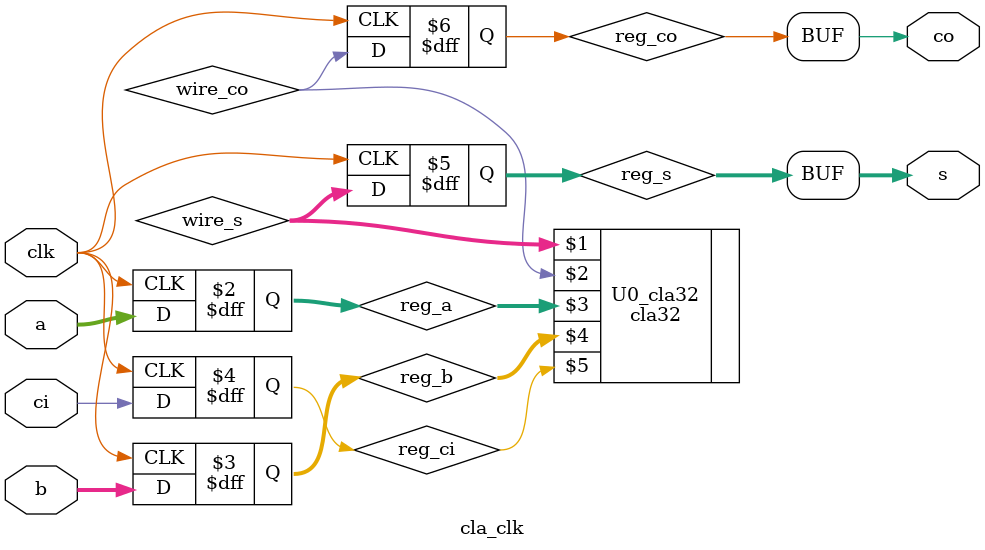
<source format=v>
module cla_clk(clk, s, co, a, b, ci);
	input	clk;
	input [31:0] a, b;
	input ci;
	output [31:0] s;
	output co;
	
	reg [31:0] reg_a, reg_b;
	reg reg_ci;
	reg [31:0] reg_s;
	reg reg_co;
	
	wire [31:0] wire_s;
	wire wire_co;
	
	always @ (posedge clk)		//always active at positive edge
	begin
	
	//input and output registor connect
	reg_a <= a;				
	reg_b <= b;
	reg_ci <= ci;
	reg_s <= wire_s;
	reg_co <= wire_co;
	
	end
	
	cla32 U0_cla32(wire_s, wire_co, reg_a, reg_b, reg_ci);
	
	assign s = reg_s;
	assign co = reg_co;
endmodule


</source>
